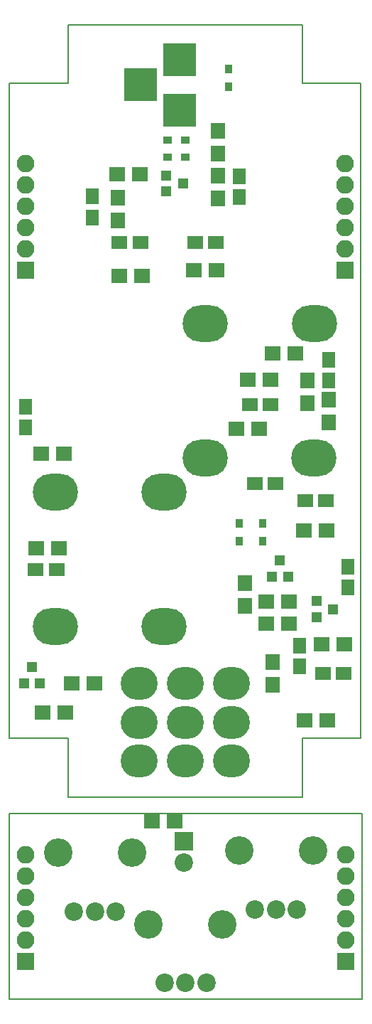
<source format=gbr>
G04 #@! TF.FileFunction,Soldermask,Bot*
%FSLAX46Y46*%
G04 Gerber Fmt 4.6, Leading zero omitted, Abs format (unit mm)*
G04 Created by KiCad (PCBNEW 4.0.6) date 01/08/18 00:03:36*
%MOMM*%
%LPD*%
G01*
G04 APERTURE LIST*
%ADD10C,0.100000*%
%ADD11C,0.150000*%
%ADD12R,1.200000X1.300000*%
%ADD13R,3.900000X3.900000*%
%ADD14O,5.400000X4.400000*%
%ADD15R,1.300000X1.200000*%
%ADD16O,4.400000X3.900000*%
%ADD17C,2.200000*%
%ADD18C,3.400000*%
%ADD19R,2.200000X2.200000*%
%ADD20R,2.100000X2.100000*%
%ADD21O,2.100000X2.100000*%
%ADD22R,0.850000X1.000000*%
%ADD23R,1.000000X0.850000*%
%ADD24R,1.650000X1.900000*%
%ADD25R,1.900000X1.650000*%
%ADD26R,1.700000X1.900000*%
%ADD27R,1.900000X1.700000*%
G04 APERTURE END LIST*
D10*
D11*
X96012000Y-188849000D02*
X96012000Y-110871000D01*
X61087000Y-195834000D02*
X89027000Y-195834000D01*
X61087000Y-188849000D02*
X54102000Y-188849000D01*
X54102000Y-110871000D02*
X54102000Y-188849000D01*
X89027000Y-103886000D02*
X61087000Y-103886000D01*
X96139000Y-197802500D02*
X54102000Y-197802500D01*
X96139000Y-197802500D02*
X96012000Y-197802500D01*
X96139000Y-219900500D02*
X96139000Y-197802500D01*
X54102000Y-219900500D02*
X54102000Y-197929500D01*
X54102000Y-197802500D02*
X54102000Y-197929500D01*
X54178200Y-219875100D02*
X96189800Y-219875100D01*
X61087000Y-110871000D02*
X54102000Y-110871000D01*
X61087000Y-103886000D02*
X61087000Y-110871000D01*
X89027000Y-110871000D02*
X96012000Y-110871000D01*
X89027000Y-103886000D02*
X89027000Y-110871000D01*
X89027000Y-188849000D02*
X89027000Y-195834000D01*
X96012000Y-188849000D02*
X89027000Y-188849000D01*
X61087000Y-188849000D02*
X61087000Y-195834000D01*
D12*
X57719000Y-182356000D03*
X55819000Y-182356000D03*
X56769000Y-180356000D03*
D13*
X74422000Y-114046000D03*
X74422000Y-108046000D03*
X69722000Y-111046000D03*
D14*
X77447000Y-155447000D03*
X77447000Y-139447000D03*
X90447000Y-139447000D03*
X90424000Y-155447000D03*
X72540000Y-159513000D03*
X72540000Y-175513000D03*
X59540000Y-175513000D03*
X59563000Y-159513000D03*
D15*
X90694000Y-174432000D03*
X90694000Y-172532000D03*
X92694000Y-173482000D03*
D12*
X87310000Y-169656000D03*
X85410000Y-169656000D03*
X86360000Y-167656000D03*
D15*
X72787000Y-123759000D03*
X72787000Y-121859000D03*
X74787000Y-122809000D03*
D16*
X69557000Y-182344000D03*
X75057000Y-182344000D03*
X80557000Y-182344000D03*
X69557000Y-186944000D03*
X75057000Y-186944000D03*
X80557000Y-186944000D03*
X69557000Y-191544000D03*
X75057000Y-191544000D03*
X80557000Y-191544000D03*
D17*
X83392000Y-209232500D03*
X85892000Y-209232500D03*
X88392000Y-209232500D03*
D18*
X81492000Y-202232500D03*
X90292000Y-202232500D03*
D17*
X72597000Y-217995500D03*
X75097000Y-217995500D03*
X77597000Y-217995500D03*
D18*
X70697000Y-210995500D03*
X79497000Y-210995500D03*
D17*
X61802000Y-209486500D03*
X64302000Y-209486500D03*
X66802000Y-209486500D03*
D18*
X59902000Y-202486500D03*
X68702000Y-202486500D03*
D19*
X74930000Y-201104500D03*
D17*
X74930000Y-203644500D03*
D20*
X94234000Y-215392000D03*
D21*
X94234000Y-212852000D03*
X94234000Y-210312000D03*
X94234000Y-207772000D03*
X94234000Y-205232000D03*
X94234000Y-202692000D03*
D20*
X56007000Y-215392000D03*
D21*
X56007000Y-212852000D03*
X56007000Y-210312000D03*
X56007000Y-207772000D03*
X56007000Y-205232000D03*
X56007000Y-202692000D03*
D20*
X94107000Y-133096000D03*
D21*
X94107000Y-130556000D03*
X94107000Y-128016000D03*
X94107000Y-125476000D03*
X94107000Y-122936000D03*
X94107000Y-120396000D03*
D20*
X56007000Y-133096000D03*
D21*
X56007000Y-130556000D03*
X56007000Y-128016000D03*
X56007000Y-125476000D03*
X56007000Y-122936000D03*
X56007000Y-120396000D03*
D22*
X80264000Y-111286000D03*
X80264000Y-109186000D03*
X84328000Y-165388000D03*
X84328000Y-163288000D03*
X81534000Y-163288000D03*
X81534000Y-165388000D03*
D23*
X75091000Y-119634000D03*
X72991000Y-119634000D03*
X72991000Y-117602000D03*
X75091000Y-117602000D03*
D24*
X88709500Y-177820000D03*
X88709500Y-180320000D03*
D25*
X93960000Y-181102000D03*
X91460000Y-181102000D03*
D24*
X94488000Y-168422000D03*
X94488000Y-170922000D03*
X92202000Y-143784000D03*
X92202000Y-146284000D03*
D25*
X89364500Y-160591500D03*
X91864500Y-160591500D03*
X83332000Y-158559500D03*
X85832000Y-158559500D03*
X85260500Y-149161500D03*
X82760500Y-149161500D03*
D24*
X64008000Y-124353000D03*
X64008000Y-126853000D03*
D25*
X69703000Y-129857500D03*
X67203000Y-129857500D03*
X78720000Y-129794000D03*
X76220000Y-129794000D03*
D24*
X81534000Y-124440000D03*
X81534000Y-121940000D03*
D25*
X57233500Y-168783000D03*
X59733500Y-168783000D03*
D24*
X56007000Y-151872000D03*
X56007000Y-149372000D03*
D26*
X85471000Y-179815500D03*
X85471000Y-182515500D03*
D27*
X84756000Y-175196500D03*
X87456000Y-175196500D03*
X94060000Y-177673000D03*
X91360000Y-177673000D03*
X92028000Y-186690000D03*
X89328000Y-186690000D03*
X84756000Y-172593000D03*
X87456000Y-172593000D03*
X85454500Y-143002000D03*
X88154500Y-143002000D03*
D26*
X92202000Y-148573500D03*
X92202000Y-151273500D03*
X89598500Y-148987500D03*
X89598500Y-146287500D03*
D27*
X89201000Y-164147500D03*
X91901000Y-164147500D03*
X81200000Y-152019000D03*
X83900000Y-152019000D03*
D26*
X82169000Y-170354000D03*
X82169000Y-173054000D03*
D27*
X85233500Y-146177000D03*
X82533500Y-146177000D03*
D26*
X67056000Y-127207000D03*
X67056000Y-124507000D03*
D27*
X69930000Y-133794500D03*
X67230000Y-133794500D03*
D26*
X78994000Y-116569500D03*
X78994000Y-119269500D03*
D27*
X69676000Y-121666000D03*
X66976000Y-121666000D03*
D26*
X78994000Y-124540000D03*
X78994000Y-121840000D03*
D27*
X76120000Y-133096000D03*
X78820000Y-133096000D03*
X59960500Y-166243000D03*
X57260500Y-166243000D03*
X61515000Y-182308500D03*
X64215000Y-182308500D03*
X60595500Y-154940000D03*
X57895500Y-154940000D03*
X58022500Y-185801000D03*
X60722500Y-185801000D03*
X73803500Y-198755000D03*
X71103500Y-198755000D03*
M02*

</source>
